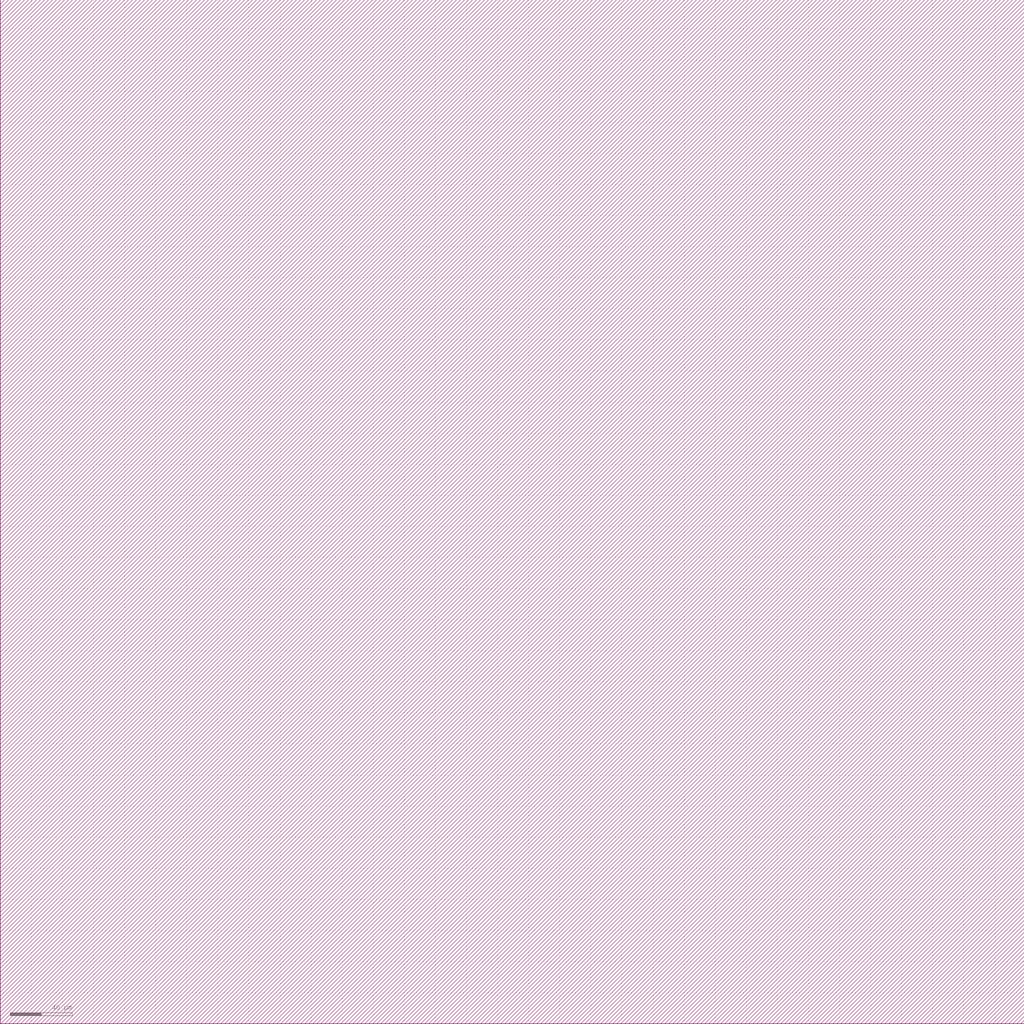
<source format=lef>
VERSION 5.6 ;

BUSBITCHARS "[]" ;

DIVIDERCHAR "/" ;

UNITS
    DATABASE MICRONS 1000 ;
END UNITS

MANUFACTURINGGRID 0.005000 ; 

CLEARANCEMEASURE EUCLIDEAN ; 

USEMINSPACING OBS ON ; 

SITE CoreSite
    CLASS CORE ;
    SIZE 0.600000 BY 0.300000 ;
END CoreSite

LAYER li1
   TYPE ROUTING ;
   DIRECTION VERTICAL ;
   MINWIDTH 0.300000 ;
   AREA 0.056250 ;
   WIDTH 0.300000 ;
   SPACINGTABLE
      PARALLELRUNLENGTH 0.0
      WIDTH 0.0 0.225000 ;
   PITCH 0.600000 0.600000 ;
END li1

LAYER mcon
    TYPE CUT ;
    SPACING 0.225000 ;
    WIDTH 0.300000 ;
    ENCLOSURE ABOVE 0.075000 0.075000 ;
    ENCLOSURE BELOW 0.000000 0.000000 ;
END mcon

LAYER met1
   TYPE ROUTING ;
   DIRECTION HORIZONTAL ;
   MINWIDTH 0.150000 ;
   AREA 0.084375 ;
   WIDTH 0.150000 ;
   SPACINGTABLE
      PARALLELRUNLENGTH 0.0
      WIDTH 0.0 0.150000 ;
   PITCH 0.300000 0.300000 ;
END met1

LAYER v1
    TYPE CUT ;
    SPACING 0.075000 ;
    WIDTH 0.300000 ;
    ENCLOSURE ABOVE 0.075000 0.075000 ;
    ENCLOSURE BELOW 0.075000 0.075000 ;
END v1

LAYER met2
   TYPE ROUTING ;
   DIRECTION VERTICAL ;
   MINWIDTH 0.150000 ;
   AREA 0.073125 ;
   WIDTH 0.150000 ;
   SPACINGTABLE
      PARALLELRUNLENGTH 0.0
      WIDTH 0.0 0.150000 ;
   PITCH 0.300000 0.300000 ;
END met2

LAYER v2
    TYPE CUT ;
    SPACING 0.150000 ;
    WIDTH 0.300000 ;
    ENCLOSURE ABOVE 0.075000 0.075000 ;
    ENCLOSURE BELOW 0.075000 0.000000 ;
END v2

LAYER met3
   TYPE ROUTING ;
   DIRECTION HORIZONTAL ;
   MINWIDTH 0.300000 ;
   AREA 0.241875 ;
   WIDTH 0.300000 ;
   SPACINGTABLE
      PARALLELRUNLENGTH 0.0
      WIDTH 0.0 0.300000 ;
   PITCH 0.600000 0.600000 ;
END met3

LAYER v3
    TYPE CUT ;
    SPACING 0.150000 ;
    WIDTH 0.450000 ;
    ENCLOSURE ABOVE 0.075000 0.075000 ;
    ENCLOSURE BELOW 0.075000 0.000000 ;
END v3

LAYER met4
   TYPE ROUTING ;
   DIRECTION VERTICAL ;
   MINWIDTH 0.300000 ;
   AREA 0.241875 ;
   WIDTH 0.300000 ;
   SPACINGTABLE
      PARALLELRUNLENGTH 0.0
      WIDTH 0.0 0.300000 ;
   PITCH 0.600000 0.600000 ;
END met4

LAYER v4
    TYPE CUT ;
    SPACING 0.450000 ;
    WIDTH 1.200000 ;
    ENCLOSURE ABOVE 0.150000 0.150000 ;
    ENCLOSURE BELOW 0.000000 0.000000 ;
END v4

LAYER met5
   TYPE ROUTING ;
   DIRECTION HORIZONTAL ;
   MINWIDTH 1.650000 ;
   AREA 4.005000 ;
   WIDTH 1.650000 ;
   SPACINGTABLE
      PARALLELRUNLENGTH 0.0
      WIDTH 0.0 1.650000 ;
   PITCH 3.300000 3.300000 ;
END met5

LAYER OVERLAP
   TYPE OVERLAP ;
END OVERLAP

VIA mcon_C DEFAULT
   LAYER li1 ;
     RECT -0.150000 -0.150000 0.150000 0.150000 ;
   LAYER mcon ;
     RECT -0.150000 -0.150000 0.150000 0.150000 ;
   LAYER met1 ;
     RECT -0.225000 -0.225000 0.225000 0.225000 ;
END mcon_C

VIA v1_C DEFAULT
   LAYER met1 ;
     RECT -0.225000 -0.225000 0.225000 0.225000 ;
   LAYER v1 ;
     RECT -0.150000 -0.150000 0.150000 0.150000 ;
   LAYER met2 ;
     RECT -0.225000 -0.225000 0.225000 0.225000 ;
END v1_C

VIA v2_C DEFAULT
   LAYER met2 ;
     RECT -0.150000 -0.225000 0.150000 0.225000 ;
   LAYER v2 ;
     RECT -0.150000 -0.150000 0.150000 0.150000 ;
   LAYER met3 ;
     RECT -0.225000 -0.225000 0.225000 0.225000 ;
END v2_C

VIA v2_Ch
   LAYER met2 ;
     RECT -0.225000 -0.150000 0.225000 0.150000 ;
   LAYER v2 ;
     RECT -0.150000 -0.150000 0.150000 0.150000 ;
   LAYER met3 ;
     RECT -0.225000 -0.225000 0.225000 0.225000 ;
END v2_Ch

VIA v2_Cv
   LAYER met2 ;
     RECT -0.150000 -0.225000 0.150000 0.225000 ;
   LAYER v2 ;
     RECT -0.150000 -0.150000 0.150000 0.150000 ;
   LAYER met3 ;
     RECT -0.225000 -0.225000 0.225000 0.225000 ;
END v2_Cv

VIA v3_C DEFAULT
   LAYER met3 ;
     RECT -0.300000 -0.225000 0.300000 0.225000 ;
   LAYER v3 ;
     RECT -0.225000 -0.225000 0.225000 0.225000 ;
   LAYER met4 ;
     RECT -0.300000 -0.300000 0.300000 0.300000 ;
END v3_C

VIA v3_Ch
   LAYER met3 ;
     RECT -0.300000 -0.225000 0.300000 0.225000 ;
   LAYER v3 ;
     RECT -0.225000 -0.225000 0.225000 0.225000 ;
   LAYER met4 ;
     RECT -0.300000 -0.300000 0.300000 0.300000 ;
END v3_Ch

VIA v3_Cv
   LAYER met3 ;
     RECT -0.300000 -0.225000 0.300000 0.225000 ;
   LAYER v3 ;
     RECT -0.225000 -0.225000 0.225000 0.225000 ;
   LAYER met4 ;
     RECT -0.300000 -0.300000 0.300000 0.300000 ;
END v3_Cv

VIA v4_C DEFAULT
   LAYER met4 ;
     RECT -0.600000 -0.600000 0.600000 0.600000 ;
   LAYER v4 ;
     RECT -0.600000 -0.600000 0.600000 0.600000 ;
   LAYER met5 ;
     RECT -0.750000 -0.750000 0.750000 0.750000 ;
END v4_C

MACRO _0_0std_0_0cells_0_0FAX1
    CLASS CORE ;
    FOREIGN _0_0std_0_0cells_0_0FAX1 0.000000 0.000000 ;
    ORIGIN 0.000000 0.000000 ;
    SIZE 10.800000 BY 15.300000 ;
    SYMMETRY X Y ;
    SITE CoreSite ;
    PIN A
        DIRECTION INPUT ;
        USE SIGNAL ;
        PORT
        LAYER li1 ;
        RECT 2.325000 0.975000 2.700000 1.050000 ;
        RECT 2.325000 0.750000 2.400000 0.975000 ;
        RECT 2.325000 0.600000 2.700000 0.750000 ;
        RECT 2.325000 0.375000 2.400000 0.600000 ;
        RECT 2.325000 0.300000 2.700000 0.375000 ;
        RECT 2.400000 0.750000 2.625000 0.975000 ;
        RECT 2.400000 0.375000 2.625000 0.600000 ;
        RECT 2.625000 0.750000 2.700000 0.975000 ;
        RECT 2.625000 0.375000 2.700000 0.600000 ;
        RECT 3.375000 0.975000 3.750000 1.050000 ;
        RECT 3.375000 0.750000 3.450000 0.975000 ;
        RECT 3.375000 0.600000 3.750000 0.750000 ;
        RECT 3.375000 0.375000 3.450000 0.600000 ;
        RECT 3.375000 0.300000 3.750000 0.375000 ;
        RECT 3.450000 0.750000 3.675000 0.975000 ;
        RECT 3.450000 0.375000 3.675000 0.600000 ;
        RECT 3.675000 0.750000 3.750000 0.975000 ;
        RECT 3.675000 0.375000 3.750000 0.600000 ;
        RECT 5.250000 0.975000 5.625000 1.050000 ;
        RECT 5.250000 0.750000 5.325000 0.975000 ;
        RECT 5.250000 0.600000 5.625000 0.750000 ;
        RECT 5.250000 0.375000 5.325000 0.600000 ;
        RECT 5.250000 0.300000 5.625000 0.375000 ;
        RECT 5.250000 3.450000 5.625000 3.525000 ;
        RECT 5.250000 3.225000 5.325000 3.450000 ;
        RECT 5.250000 3.075000 5.625000 3.225000 ;
        RECT 5.250000 2.850000 5.325000 3.075000 ;
        RECT 5.250000 2.775000 5.625000 2.850000 ;
        RECT 5.325000 0.750000 5.550000 0.975000 ;
        RECT 5.325000 0.375000 5.550000 0.600000 ;
        RECT 5.325000 3.225000 5.550000 3.450000 ;
        RECT 5.325000 2.850000 5.550000 3.075000 ;
        RECT 5.550000 0.750000 5.625000 0.975000 ;
        RECT 5.550000 0.375000 5.625000 0.600000 ;
        RECT 5.550000 3.225000 5.625000 3.450000 ;
        RECT 5.550000 2.850000 5.625000 3.075000 ;
        RECT 6.675000 0.975000 7.050000 1.050000 ;
        RECT 6.675000 0.750000 6.750000 0.975000 ;
        RECT 6.675000 0.600000 7.050000 0.750000 ;
        RECT 6.675000 0.375000 6.750000 0.600000 ;
        RECT 6.675000 0.300000 7.050000 0.375000 ;
        RECT 6.750000 0.750000 6.975000 0.975000 ;
        RECT 6.750000 0.375000 6.975000 0.600000 ;
        RECT 6.975000 0.750000 7.050000 0.975000 ;
        RECT 6.975000 0.375000 7.050000 0.600000 ;
        LAYER mcon ;
        RECT 2.400000 0.750000 2.625000 0.975000 ;
        RECT 3.450000 0.750000 3.675000 0.975000 ;
        RECT 5.325000 0.750000 5.550000 0.975000 ;
        RECT 5.325000 2.850000 5.550000 3.075000 ;
        RECT 6.750000 0.750000 6.975000 0.975000 ;
        LAYER met1 ;
        RECT 2.325000 0.975000 2.700000 1.050000 ;
        RECT 2.325000 0.750000 2.400000 0.975000 ;
        RECT 2.325000 0.675000 2.700000 0.750000 ;
        RECT 2.400000 0.750000 2.625000 0.975000 ;
        RECT 2.625000 0.750000 2.700000 0.975000 ;
        RECT 3.375000 0.675000 3.750000 0.750000 ;
        RECT 3.375000 0.975000 3.750000 1.050000 ;
        RECT 3.375000 0.750000 3.450000 0.975000 ;
        RECT 3.450000 0.750000 3.675000 0.975000 ;
        RECT 3.675000 0.750000 3.750000 0.975000 ;
        RECT 5.250000 0.975000 5.625000 1.050000 ;
        RECT 5.250000 0.750000 5.325000 0.975000 ;
        RECT 5.250000 0.675000 5.625000 0.750000 ;
        RECT 5.250000 3.075000 5.625000 3.150000 ;
        RECT 5.250000 2.850000 5.325000 3.075000 ;
        RECT 5.250000 2.775000 5.625000 2.850000 ;
        RECT 5.325000 0.750000 5.550000 0.975000 ;
        RECT 5.325000 2.850000 5.550000 3.075000 ;
        RECT 5.325000 2.550000 5.550000 2.775000 ;
        RECT 5.550000 0.750000 5.625000 0.975000 ;
        RECT 5.550000 2.850000 5.625000 3.075000 ;
        RECT 6.675000 0.975000 7.050000 1.050000 ;
        RECT 6.675000 0.750000 6.750000 0.975000 ;
        RECT 6.675000 0.675000 7.050000 0.750000 ;
        RECT 6.750000 0.750000 6.975000 0.975000 ;
        RECT 6.975000 0.750000 7.050000 0.975000 ;
        END
        ANTENNAGATEAREA 2.362500 ;
    END A
    PIN B
        DIRECTION INPUT ;
        USE SIGNAL ;
        PORT
        LAYER li1 ;
        RECT 1.800000 15.000000 2.175000 15.075000 ;
        RECT 1.800000 14.775000 1.875000 15.000000 ;
        RECT 1.800000 14.625000 2.175000 14.775000 ;
        RECT 1.800000 14.400000 1.875000 14.625000 ;
        RECT 1.800000 14.325000 2.175000 14.400000 ;
        RECT 1.875000 14.775000 2.100000 15.000000 ;
        RECT 1.875000 14.400000 2.100000 14.625000 ;
        RECT 2.100000 14.775000 2.175000 15.000000 ;
        RECT 2.100000 14.400000 2.175000 14.625000 ;
        RECT 2.850000 15.000000 3.225000 15.075000 ;
        RECT 2.850000 14.775000 2.925000 15.000000 ;
        RECT 2.850000 14.625000 3.225000 14.775000 ;
        RECT 2.850000 14.400000 2.925000 14.625000 ;
        RECT 2.850000 14.325000 3.225000 14.400000 ;
        RECT 2.925000 14.775000 3.150000 15.000000 ;
        RECT 2.925000 14.400000 3.150000 14.625000 ;
        RECT 3.150000 14.775000 3.225000 15.000000 ;
        RECT 3.150000 14.400000 3.225000 14.625000 ;
        RECT 4.050000 15.000000 4.425000 15.075000 ;
        RECT 4.050000 14.775000 4.125000 15.000000 ;
        RECT 4.050000 14.625000 4.425000 14.775000 ;
        RECT 4.050000 14.400000 4.125000 14.625000 ;
        RECT 4.050000 14.325000 4.425000 14.400000 ;
        RECT 4.125000 14.775000 4.350000 15.000000 ;
        RECT 4.125000 14.400000 4.350000 14.625000 ;
        RECT 4.350000 14.775000 4.425000 15.000000 ;
        RECT 4.350000 14.400000 4.425000 14.625000 ;
        RECT 6.300000 15.000000 6.675000 15.075000 ;
        RECT 6.300000 14.775000 6.375000 15.000000 ;
        RECT 6.300000 14.625000 6.675000 14.775000 ;
        RECT 6.300000 14.400000 6.375000 14.625000 ;
        RECT 6.300000 14.325000 6.675000 14.400000 ;
        RECT 6.375000 14.775000 6.600000 15.000000 ;
        RECT 6.375000 14.400000 6.600000 14.625000 ;
        RECT 6.600000 14.775000 6.675000 15.000000 ;
        RECT 6.600000 14.400000 6.675000 14.625000 ;
        LAYER mcon ;
        RECT 1.875000 14.775000 2.100000 15.000000 ;
        RECT 2.925000 14.775000 3.150000 15.000000 ;
        RECT 4.125000 14.775000 4.350000 15.000000 ;
        RECT 6.375000 14.775000 6.600000 15.000000 ;
        LAYER met1 ;
        RECT 1.800000 15.000000 2.175000 15.075000 ;
        RECT 1.800000 14.775000 1.875000 15.000000 ;
        RECT 1.800000 14.700000 2.175000 14.775000 ;
        RECT 1.875000 14.775000 2.100000 15.000000 ;
        RECT 2.100000 14.775000 2.925000 15.000000 ;
        RECT 2.925000 14.775000 3.150000 15.000000 ;
        RECT 3.150000 14.775000 4.125000 15.000000 ;
        RECT 4.125000 14.775000 4.350000 15.000000 ;
        RECT 2.850000 15.000000 3.225000 15.075000 ;
        RECT 4.350000 14.775000 6.375000 15.000000 ;
        RECT 6.375000 14.775000 6.600000 15.000000 ;
        RECT 6.600000 14.775000 6.675000 15.000000 ;
        RECT 2.850000 14.700000 3.225000 14.775000 ;
        RECT 4.050000 15.000000 4.425000 15.075000 ;
        RECT 4.050000 14.700000 4.425000 14.775000 ;
        RECT 6.300000 15.000000 6.675000 15.075000 ;
        RECT 6.300000 14.700000 6.675000 14.775000 ;
        END
        ANTENNAGATEAREA 2.227500 ;
    END B
    PIN C
        DIRECTION INPUT ;
        USE SIGNAL ;
        PORT
        LAYER li1 ;
        RECT 0.825000 13.725000 1.200000 13.800000 ;
        RECT 0.825000 13.500000 0.900000 13.725000 ;
        RECT 0.825000 13.350000 1.200000 13.500000 ;
        RECT 0.825000 13.125000 0.900000 13.350000 ;
        RECT 0.825000 13.050000 1.200000 13.125000 ;
        RECT 0.900000 13.500000 1.125000 13.725000 ;
        RECT 0.900000 13.125000 1.125000 13.350000 ;
        RECT 1.125000 13.500000 1.200000 13.725000 ;
        RECT 1.125000 13.125000 1.200000 13.350000 ;
        RECT 4.575000 13.725000 4.950000 13.800000 ;
        RECT 4.575000 13.500000 4.650000 13.725000 ;
        RECT 4.575000 13.350000 4.950000 13.500000 ;
        RECT 4.575000 13.125000 4.650000 13.350000 ;
        RECT 4.575000 13.050000 4.950000 13.125000 ;
        RECT 4.650000 13.500000 4.875000 13.725000 ;
        RECT 4.650000 13.125000 4.875000 13.350000 ;
        RECT 4.875000 13.500000 4.950000 13.725000 ;
        RECT 4.875000 13.125000 4.950000 13.350000 ;
        RECT 5.925000 13.725000 6.300000 13.800000 ;
        RECT 5.925000 13.500000 6.000000 13.725000 ;
        RECT 5.925000 13.350000 6.300000 13.500000 ;
        RECT 5.925000 13.125000 6.000000 13.350000 ;
        RECT 5.925000 13.050000 6.300000 13.125000 ;
        RECT 6.000000 13.500000 6.225000 13.725000 ;
        RECT 6.000000 13.125000 6.225000 13.350000 ;
        RECT 6.225000 13.500000 6.300000 13.725000 ;
        RECT 6.225000 13.125000 6.300000 13.350000 ;
        LAYER mcon ;
        RECT 0.900000 13.500000 1.125000 13.725000 ;
        RECT 4.650000 13.500000 4.875000 13.725000 ;
        RECT 6.000000 13.500000 6.225000 13.725000 ;
        LAYER met1 ;
        RECT 0.825000 13.725000 1.200000 13.800000 ;
        RECT 0.825000 13.500000 0.900000 13.725000 ;
        RECT 0.825000 13.425000 1.200000 13.500000 ;
        RECT 0.900000 13.500000 1.125000 13.725000 ;
        RECT 1.125000 13.500000 4.650000 13.725000 ;
        RECT 4.650000 13.500000 4.875000 13.725000 ;
        RECT 4.875000 13.500000 6.000000 13.725000 ;
        RECT 6.000000 13.500000 6.225000 13.725000 ;
        RECT 6.225000 13.500000 6.300000 13.725000 ;
        RECT 4.575000 13.425000 4.950000 13.500000 ;
        RECT 4.575000 13.725000 4.950000 13.800000 ;
        RECT 5.925000 13.425000 6.300000 13.500000 ;
        RECT 5.925000 13.725000 6.300000 13.800000 ;
        END
        ANTENNAGATEAREA 1.631250 ;
    END C
    PIN YC
        DIRECTION OUTPUT ;
        USE SIGNAL ;
        PORT
        LAYER li1 ;
        RECT 7.875000 7.500000 8.250000 7.575000 ;
        RECT 7.875000 7.275000 7.950000 7.500000 ;
        RECT 7.875000 7.200000 8.250000 7.275000 ;
        RECT 7.875000 5.850000 8.250000 5.925000 ;
        RECT 7.875000 5.625000 7.950000 5.850000 ;
        RECT 7.875000 5.550000 8.250000 5.625000 ;
        RECT 7.950000 7.275000 8.175000 7.500000 ;
        RECT 7.950000 5.925000 8.175000 7.200000 ;
        RECT 7.950000 5.625000 8.175000 5.850000 ;
        RECT 8.175000 7.275000 8.250000 7.500000 ;
        RECT 8.175000 5.625000 8.250000 5.850000 ;
        END
        ANTENNADIFFAREA 0.551250 ;
    END YC
    PIN YS
        DIRECTION OUTPUT ;
        USE SIGNAL ;
        PORT
        LAYER li1 ;
        RECT 8.775000 9.150000 9.150000 9.225000 ;
        RECT 8.775000 8.925000 8.850000 9.150000 ;
        RECT 8.775000 8.850000 9.150000 8.925000 ;
        RECT 8.775000 7.500000 9.150000 7.575000 ;
        RECT 8.775000 7.275000 8.850000 7.500000 ;
        RECT 8.775000 7.200000 9.150000 7.275000 ;
        RECT 8.850000 8.925000 9.075000 9.150000 ;
        RECT 8.850000 7.575000 9.075000 8.850000 ;
        RECT 8.850000 7.275000 9.075000 7.500000 ;
        RECT 9.075000 8.925000 10.200000 9.150000 ;
        RECT 9.075000 7.275000 9.150000 7.500000 ;
        RECT 10.200000 8.925000 10.425000 9.150000 ;
        RECT 9.450000 5.550000 9.825000 5.625000 ;
        RECT 10.425000 8.925000 10.500000 9.150000 ;
        RECT 9.450000 5.850000 9.825000 5.925000 ;
        RECT 9.450000 5.625000 9.525000 5.850000 ;
        RECT 9.525000 5.625000 9.750000 5.850000 ;
        RECT 10.125000 9.150000 10.500000 9.225000 ;
        RECT 10.200000 5.850000 10.425000 8.850000 ;
        RECT 9.750000 5.625000 10.425000 5.850000 ;
        RECT 10.125000 8.850000 10.500000 8.925000 ;
        LAYER mcon ;
        RECT 8.850000 8.925000 9.075000 9.150000 ;
        RECT 10.200000 8.925000 10.425000 9.150000 ;
        LAYER met1 ;
        RECT 8.775000 9.150000 9.150000 9.225000 ;
        RECT 8.775000 8.925000 8.850000 9.150000 ;
        RECT 8.775000 8.850000 9.150000 8.925000 ;
        RECT 8.850000 8.925000 9.075000 9.150000 ;
        RECT 9.075000 8.925000 9.150000 9.150000 ;
        RECT 10.125000 9.150000 10.500000 9.225000 ;
        RECT 10.125000 8.925000 10.200000 9.150000 ;
        RECT 10.125000 8.850000 10.500000 8.925000 ;
        RECT 10.200000 8.925000 10.425000 9.150000 ;
        RECT 10.425000 8.925000 10.500000 9.150000 ;
        END
        ANTENNADIFFAREA 0.483750 ;
    END YS
    PIN Vdd
        DIRECTION INPUT ;
        USE POWER ;
        PORT
        LAYER li1 ;
        RECT 0.600000 10.950000 0.975000 11.025000 ;
        RECT 0.600000 10.725000 0.675000 10.950000 ;
        RECT 0.600000 10.650000 0.975000 10.725000 ;
        RECT 0.600000 7.950000 0.975000 8.025000 ;
        RECT 0.600000 7.725000 0.675000 7.950000 ;
        RECT 0.600000 7.650000 0.975000 7.725000 ;
        RECT 0.675000 10.725000 0.900000 10.950000 ;
        RECT 0.675000 8.025000 0.900000 10.650000 ;
        RECT 0.675000 7.725000 0.900000 7.950000 ;
        RECT 0.900000 10.725000 0.975000 10.950000 ;
        RECT 0.900000 7.725000 0.975000 7.950000 ;
        RECT 3.375000 12.375000 3.750000 12.450000 ;
        RECT 3.375000 12.150000 3.450000 12.375000 ;
        RECT 3.375000 12.075000 3.750000 12.150000 ;
        RECT 3.375000 10.950000 3.750000 11.025000 ;
        RECT 3.375000 10.725000 3.450000 10.950000 ;
        RECT 3.375000 10.650000 3.750000 10.725000 ;
        RECT 3.375000 8.850000 3.750000 8.925000 ;
        RECT 3.375000 8.625000 3.450000 8.850000 ;
        RECT 3.375000 8.550000 3.750000 8.625000 ;
        RECT 3.450000 12.150000 3.675000 12.375000 ;
        RECT 3.450000 11.025000 3.675000 12.075000 ;
        RECT 3.450000 10.725000 3.675000 10.950000 ;
        RECT 3.450000 8.925000 3.675000 10.650000 ;
        RECT 3.450000 8.625000 3.675000 8.850000 ;
        RECT 3.675000 12.150000 3.750000 12.375000 ;
        RECT 3.675000 10.725000 3.750000 10.950000 ;
        RECT 3.675000 8.625000 3.750000 8.850000 ;
        RECT 4.650000 9.450000 5.025000 9.525000 ;
        RECT 4.650000 9.225000 4.725000 9.450000 ;
        RECT 4.650000 9.150000 5.025000 9.225000 ;
        RECT 4.725000 9.225000 4.950000 9.450000 ;
        RECT 4.950000 9.225000 5.025000 9.450000 ;
        RECT 4.725000 9.525000 4.950000 10.650000 ;
        RECT 4.650000 10.950000 5.025000 11.025000 ;
        RECT 4.650000 10.725000 4.725000 10.950000 ;
        RECT 4.650000 10.650000 5.025000 10.725000 ;
        RECT 4.725000 10.725000 4.950000 10.950000 ;
        RECT 4.950000 10.725000 5.025000 10.950000 ;
        RECT 7.200000 12.375000 7.575000 12.450000 ;
        RECT 7.200000 12.150000 7.275000 12.375000 ;
        RECT 7.200000 12.075000 7.575000 12.150000 ;
        RECT 7.200000 7.500000 7.575000 7.575000 ;
        RECT 7.200000 7.275000 7.275000 7.500000 ;
        RECT 7.200000 7.200000 7.575000 7.275000 ;
        RECT 7.275000 12.150000 7.500000 12.375000 ;
        RECT 7.275000 8.625000 7.500000 12.075000 ;
        RECT 7.275000 8.550000 7.875000 8.625000 ;
        RECT 7.275000 8.325000 7.575000 8.550000 ;
        RECT 7.275000 8.250000 7.875000 8.325000 ;
        RECT 7.275000 7.575000 7.500000 8.250000 ;
        RECT 7.275000 7.275000 7.500000 7.500000 ;
        RECT 7.500000 12.150000 7.575000 12.375000 ;
        RECT 7.575000 8.325000 7.800000 8.550000 ;
        RECT 7.500000 7.275000 7.575000 7.500000 ;
        RECT 7.800000 8.325000 7.875000 8.550000 ;
        RECT 9.450000 8.550000 9.825000 8.625000 ;
        RECT 9.450000 8.325000 9.525000 8.550000 ;
        RECT 9.450000 8.250000 9.825000 8.325000 ;
        RECT 9.450000 7.500000 9.825000 7.575000 ;
        RECT 9.450000 7.275000 9.525000 7.500000 ;
        RECT 9.450000 7.200000 9.825000 7.275000 ;
        RECT 9.525000 8.325000 9.750000 8.550000 ;
        RECT 9.525000 7.575000 9.750000 8.250000 ;
        RECT 9.525000 7.275000 9.750000 7.500000 ;
        RECT 9.750000 8.325000 9.825000 8.550000 ;
        RECT 9.750000 7.275000 9.825000 7.500000 ;
        LAYER mcon ;
        RECT 0.675000 10.725000 0.900000 10.950000 ;
        RECT 3.450000 12.150000 3.675000 12.375000 ;
        RECT 3.450000 10.725000 3.675000 10.950000 ;
        RECT 4.725000 10.725000 4.950000 10.950000 ;
        RECT 7.275000 12.150000 7.500000 12.375000 ;
        RECT 7.575000 8.325000 7.800000 8.550000 ;
        RECT 9.525000 8.325000 9.750000 8.550000 ;
        LAYER met1 ;
        RECT 0.600000 10.950000 0.975000 11.025000 ;
        RECT 0.600000 10.725000 0.675000 10.950000 ;
        RECT 0.600000 10.650000 0.975000 10.725000 ;
        RECT 0.675000 10.725000 0.900000 10.950000 ;
        RECT 0.900000 10.725000 3.450000 10.950000 ;
        RECT 3.450000 10.725000 3.675000 10.950000 ;
        RECT 3.675000 10.725000 4.725000 10.950000 ;
        RECT 4.725000 10.725000 4.950000 10.950000 ;
        RECT 4.950000 10.725000 5.025000 10.950000 ;
        RECT 3.375000 10.650000 3.750000 10.725000 ;
        RECT 4.650000 10.650000 5.025000 10.725000 ;
        RECT 3.375000 12.375000 3.750000 12.450000 ;
        RECT 3.375000 12.150000 3.450000 12.375000 ;
        RECT 3.375000 12.075000 3.750000 12.150000 ;
        RECT 3.375000 10.950000 3.750000 11.025000 ;
        RECT 3.450000 12.150000 3.675000 12.375000 ;
        RECT 3.675000 12.150000 7.275000 12.375000 ;
        RECT 7.275000 12.150000 7.500000 12.375000 ;
        RECT 7.500000 12.150000 7.575000 12.375000 ;
        RECT 7.200000 12.075000 7.575000 12.150000 ;
        RECT 4.650000 10.950000 5.025000 11.025000 ;
        RECT 7.500000 8.550000 7.875000 8.625000 ;
        RECT 7.500000 8.325000 7.575000 8.550000 ;
        RECT 7.500000 8.250000 7.875000 8.325000 ;
        RECT 7.575000 8.325000 7.800000 8.550000 ;
        RECT 7.800000 8.325000 9.525000 8.550000 ;
        RECT 9.525000 8.325000 9.750000 8.550000 ;
        RECT 9.750000 8.325000 9.825000 8.550000 ;
        RECT 9.450000 8.250000 9.825000 8.325000 ;
        RECT 9.450000 8.550000 9.825000 8.625000 ;
        RECT 7.200000 12.375000 7.575000 12.450000 ;
        END
        ANTENNADIFFAREA 4.365000 ;
    END Vdd
    PIN GND
        DIRECTION INPUT ;
        USE GROUND ;
        PORT
        LAYER li1 ;
        RECT 2.325000 5.175000 2.700000 5.250000 ;
        RECT 2.325000 3.375000 2.700000 3.450000 ;
        RECT 2.325000 3.150000 2.400000 3.375000 ;
        RECT 2.325000 3.075000 2.700000 3.150000 ;
        RECT 2.400000 3.450000 2.625000 5.175000 ;
        RECT 2.400000 3.150000 2.625000 3.375000 ;
        RECT 2.625000 3.150000 2.700000 3.375000 ;
        RECT 2.325000 5.475000 2.700000 5.550000 ;
        RECT 2.325000 5.250000 2.400000 5.475000 ;
        RECT 2.400000 5.250000 2.625000 5.475000 ;
        RECT 3.375000 3.375000 3.750000 3.450000 ;
        RECT 3.375000 3.150000 3.450000 3.375000 ;
        RECT 3.375000 3.075000 3.750000 3.150000 ;
        RECT 3.375000 2.625000 3.750000 2.700000 ;
        RECT 3.375000 2.400000 3.450000 2.625000 ;
        RECT 3.375000 2.325000 3.750000 2.400000 ;
        RECT 3.375000 2.025000 3.750000 2.100000 ;
        RECT 3.375000 1.800000 3.450000 2.025000 ;
        RECT 3.375000 1.725000 3.750000 1.800000 ;
        RECT 2.625000 5.250000 2.700000 5.475000 ;
        RECT 3.450000 3.450000 3.675000 5.175000 ;
        RECT 3.450000 3.150000 3.675000 3.375000 ;
        RECT 3.450000 2.700000 3.675000 3.075000 ;
        RECT 3.450000 2.400000 3.675000 2.625000 ;
        RECT 3.450000 2.100000 3.675000 2.325000 ;
        RECT 3.450000 1.800000 3.675000 2.025000 ;
        RECT 3.675000 3.150000 3.750000 3.375000 ;
        RECT 3.675000 2.400000 3.750000 2.625000 ;
        RECT 3.675000 1.800000 3.750000 2.025000 ;
        RECT 3.375000 5.175000 3.750000 5.250000 ;
        RECT 3.375000 5.475000 3.750000 5.550000 ;
        RECT 3.375000 5.250000 3.450000 5.475000 ;
        RECT 4.650000 2.625000 5.025000 2.700000 ;
        RECT 4.650000 2.400000 4.725000 2.625000 ;
        RECT 4.650000 2.325000 5.025000 2.400000 ;
        RECT 3.450000 5.250000 3.675000 5.475000 ;
        RECT 4.725000 2.700000 4.950000 4.425000 ;
        RECT 4.725000 2.400000 4.950000 2.625000 ;
        RECT 3.675000 5.250000 3.750000 5.475000 ;
        RECT 4.650000 4.725000 5.025000 4.800000 ;
        RECT 4.650000 4.500000 4.725000 4.725000 ;
        RECT 4.650000 4.425000 5.025000 4.500000 ;
        RECT 4.950000 2.400000 5.025000 2.625000 ;
        RECT 4.725000 4.500000 4.950000 4.725000 ;
        RECT 4.950000 4.500000 5.025000 4.725000 ;
        RECT 7.200000 5.850000 7.575000 5.925000 ;
        RECT 7.200000 5.625000 7.275000 5.850000 ;
        RECT 7.200000 5.550000 7.575000 5.625000 ;
        RECT 7.200000 3.750000 7.575000 3.825000 ;
        RECT 7.200000 3.525000 7.275000 3.750000 ;
        RECT 7.200000 3.450000 7.575000 3.525000 ;
        RECT 7.200000 2.025000 7.575000 2.100000 ;
        RECT 7.200000 1.800000 7.275000 2.025000 ;
        RECT 7.200000 1.725000 7.575000 1.800000 ;
        RECT 7.275000 5.625000 7.500000 5.850000 ;
        RECT 7.275000 3.825000 7.500000 5.550000 ;
        RECT 7.275000 3.525000 7.500000 3.750000 ;
        RECT 7.275000 2.100000 7.500000 3.450000 ;
        RECT 7.275000 1.800000 7.500000 2.025000 ;
        RECT 7.500000 5.625000 7.575000 5.850000 ;
        RECT 7.500000 3.525000 7.575000 3.750000 ;
        RECT 7.500000 1.800000 7.575000 2.025000 ;
        RECT 8.775000 5.550000 9.150000 5.625000 ;
        RECT 8.775000 3.750000 9.150000 3.825000 ;
        RECT 8.775000 3.525000 8.850000 3.750000 ;
        RECT 8.775000 3.450000 9.150000 3.525000 ;
        RECT 8.850000 3.825000 9.075000 5.550000 ;
        RECT 8.850000 3.525000 9.075000 3.750000 ;
        RECT 8.775000 5.850000 9.150000 5.925000 ;
        RECT 8.775000 5.625000 8.850000 5.850000 ;
        RECT 9.075000 3.525000 9.150000 3.750000 ;
        RECT 8.850000 5.625000 9.075000 5.850000 ;
        RECT 9.075000 5.625000 9.150000 5.850000 ;
        LAYER mcon ;
        RECT 2.400000 3.150000 2.625000 3.375000 ;
        RECT 3.450000 3.150000 3.675000 3.375000 ;
        RECT 3.450000 2.400000 3.675000 2.625000 ;
        RECT 3.450000 1.800000 3.675000 2.025000 ;
        RECT 4.725000 2.400000 4.950000 2.625000 ;
        RECT 7.275000 3.525000 7.500000 3.750000 ;
        RECT 7.275000 1.800000 7.500000 2.025000 ;
        RECT 8.850000 3.525000 9.075000 3.750000 ;
        LAYER met1 ;
        RECT 2.325000 3.375000 2.700000 3.450000 ;
        RECT 2.325000 3.150000 2.400000 3.375000 ;
        RECT 2.325000 3.075000 2.700000 3.150000 ;
        RECT 2.400000 3.150000 2.625000 3.375000 ;
        RECT 2.625000 3.150000 3.450000 3.375000 ;
        RECT 3.375000 3.375000 3.750000 3.450000 ;
        RECT 3.450000 3.150000 3.675000 3.375000 ;
        RECT 3.675000 3.150000 3.750000 3.375000 ;
        RECT 3.375000 3.075000 3.750000 3.150000 ;
        RECT 3.375000 2.625000 3.750000 2.700000 ;
        RECT 3.375000 2.400000 3.450000 2.625000 ;
        RECT 3.375000 2.325000 3.750000 2.400000 ;
        RECT 3.375000 2.025000 3.750000 2.100000 ;
        RECT 3.375000 1.800000 3.450000 2.025000 ;
        RECT 3.375000 1.725000 3.750000 1.800000 ;
        RECT 3.450000 2.400000 3.675000 2.625000 ;
        RECT 3.450000 1.800000 3.675000 2.025000 ;
        RECT 3.675000 2.400000 4.725000 2.625000 ;
        RECT 3.675000 1.800000 7.275000 2.025000 ;
        RECT 4.725000 2.400000 4.950000 2.625000 ;
        RECT 7.275000 1.800000 7.500000 2.025000 ;
        RECT 4.950000 2.400000 5.025000 2.625000 ;
        RECT 4.650000 2.325000 5.025000 2.400000 ;
        RECT 7.500000 1.800000 7.575000 2.025000 ;
        RECT 4.650000 2.625000 5.025000 2.700000 ;
        RECT 7.200000 3.750000 7.575000 3.825000 ;
        RECT 7.200000 3.525000 7.275000 3.750000 ;
        RECT 7.200000 3.450000 7.575000 3.525000 ;
        RECT 7.275000 3.525000 7.500000 3.750000 ;
        RECT 7.500000 3.525000 8.850000 3.750000 ;
        RECT 8.850000 3.525000 9.075000 3.750000 ;
        RECT 7.200000 2.025000 7.575000 2.100000 ;
        RECT 9.075000 3.525000 9.150000 3.750000 ;
        RECT 7.200000 1.725000 7.575000 1.800000 ;
        RECT 8.775000 3.750000 9.150000 3.825000 ;
        RECT 8.775000 3.450000 9.150000 3.525000 ;
        END
        ANTENNADIFFAREA 2.767500 ;
    END GND
    OBS
        LAYER li1 ;
        RECT 0.600000 5.475000 0.975000 5.550000 ;
        RECT 0.600000 5.250000 0.675000 5.475000 ;
        RECT 0.600000 5.175000 0.975000 5.250000 ;
        RECT 0.600000 4.050000 0.975000 4.125000 ;
        RECT 0.600000 3.825000 0.675000 4.050000 ;
        RECT 0.600000 3.750000 0.975000 3.825000 ;
        RECT 0.675000 5.250000 0.900000 5.475000 ;
        RECT 0.675000 4.125000 0.900000 5.175000 ;
        RECT 0.675000 3.825000 0.900000 4.050000 ;
        RECT 0.900000 5.250000 0.975000 5.475000 ;
        RECT 0.900000 3.825000 0.975000 4.050000 ;
        RECT 1.200000 9.525000 1.575000 9.600000 ;
        RECT 1.200000 9.300000 1.275000 9.525000 ;
        RECT 1.200000 9.225000 1.575000 9.300000 ;
        RECT 1.200000 7.950000 1.575000 8.025000 ;
        RECT 1.200000 7.725000 1.275000 7.950000 ;
        RECT 1.200000 7.650000 1.575000 7.725000 ;
        RECT 1.200000 5.475000 1.575000 5.550000 ;
        RECT 1.200000 5.250000 1.275000 5.475000 ;
        RECT 1.200000 5.175000 1.575000 5.250000 ;
        RECT 1.200000 4.875000 1.575000 4.950000 ;
        RECT 1.200000 4.650000 1.275000 4.875000 ;
        RECT 1.200000 4.575000 1.575000 4.650000 ;
        RECT 1.200000 1.650000 1.575000 1.725000 ;
        RECT 1.200000 1.425000 1.275000 1.650000 ;
        RECT 1.200000 1.350000 1.575000 1.425000 ;
        RECT 1.275000 9.300000 1.500000 9.525000 ;
        RECT 1.275000 8.025000 1.500000 9.225000 ;
        RECT 1.275000 7.725000 1.500000 7.950000 ;
        RECT 1.275000 5.250000 1.500000 5.475000 ;
        RECT 1.275000 4.950000 1.500000 5.175000 ;
        RECT 1.275000 4.650000 1.500000 4.875000 ;
        RECT 1.275000 1.725000 1.500000 4.575000 ;
        RECT 1.275000 1.425000 1.500000 1.650000 ;
        RECT 1.500000 9.300000 1.575000 9.525000 ;
        RECT 1.500000 7.725000 1.575000 7.950000 ;
        RECT 1.500000 5.250000 1.575000 5.475000 ;
        RECT 1.500000 4.650000 1.575000 4.875000 ;
        RECT 1.500000 1.425000 1.575000 1.650000 ;
        RECT 1.800000 10.275000 2.175000 10.350000 ;
        RECT 1.800000 10.050000 1.875000 10.275000 ;
        RECT 1.800000 9.975000 2.175000 10.050000 ;
        RECT 1.800000 8.850000 2.175000 8.925000 ;
        RECT 1.800000 8.625000 1.875000 8.850000 ;
        RECT 1.800000 8.550000 2.175000 8.625000 ;
        RECT 1.875000 10.050000 2.100000 10.275000 ;
        RECT 1.875000 8.925000 2.100000 9.975000 ;
        RECT 1.875000 8.625000 2.100000 8.850000 ;
        RECT 2.100000 10.050000 2.175000 10.275000 ;
        RECT 2.100000 8.625000 2.175000 8.850000 ;
        RECT 2.325000 8.250000 2.700000 8.325000 ;
        RECT 2.325000 8.025000 2.400000 8.250000 ;
        RECT 2.325000 7.950000 2.700000 8.025000 ;
        RECT 2.850000 4.875000 3.225000 4.950000 ;
        RECT 2.850000 4.650000 2.925000 4.875000 ;
        RECT 2.850000 4.575000 3.225000 4.650000 ;
        RECT 2.850000 4.050000 3.225000 4.125000 ;
        RECT 2.850000 3.825000 2.925000 4.050000 ;
        RECT 2.850000 3.750000 3.225000 3.825000 ;
        RECT 2.325000 9.525000 2.700000 9.600000 ;
        RECT 2.325000 9.300000 2.400000 9.525000 ;
        RECT 2.325000 9.225000 2.700000 9.300000 ;
        RECT 2.400000 8.325000 2.625000 9.225000 ;
        RECT 2.400000 8.025000 2.625000 8.250000 ;
        RECT 2.925000 4.650000 3.150000 4.875000 ;
        RECT 2.925000 4.125000 3.150000 4.575000 ;
        RECT 2.925000 3.825000 3.150000 4.050000 ;
        RECT 2.400000 9.300000 2.625000 9.525000 ;
        RECT 2.625000 8.025000 2.700000 8.250000 ;
        RECT 3.150000 4.650000 3.225000 4.875000 ;
        RECT 3.150000 3.825000 3.225000 4.050000 ;
        RECT 2.625000 9.300000 2.700000 9.525000 ;
        RECT 4.050000 4.725000 4.425000 4.800000 ;
        RECT 4.050000 4.500000 4.125000 4.725000 ;
        RECT 4.050000 4.425000 4.425000 4.500000 ;
        RECT 4.050000 4.050000 4.425000 4.125000 ;
        RECT 4.050000 3.825000 4.125000 4.050000 ;
        RECT 4.050000 3.750000 4.425000 3.825000 ;
        RECT 4.125000 4.500000 4.350000 4.725000 ;
        RECT 4.125000 4.125000 4.350000 4.425000 ;
        RECT 4.125000 3.825000 4.350000 4.050000 ;
        RECT 4.350000 4.500000 4.425000 4.725000 ;
        RECT 4.350000 3.825000 4.425000 4.050000 ;
        RECT 4.050000 11.625000 4.425000 11.700000 ;
        RECT 4.050000 11.400000 4.125000 11.625000 ;
        RECT 4.050000 11.325000 4.425000 11.400000 ;
        RECT 4.050000 9.825000 4.425000 9.900000 ;
        RECT 4.050000 9.600000 4.125000 9.825000 ;
        RECT 4.050000 9.525000 4.425000 9.600000 ;
        RECT 5.250000 4.425000 5.625000 4.500000 ;
        RECT 5.250000 4.050000 5.625000 4.125000 ;
        RECT 5.250000 3.825000 5.325000 4.050000 ;
        RECT 5.250000 3.750000 5.625000 3.825000 ;
        RECT 4.125000 11.400000 4.350000 11.625000 ;
        RECT 4.125000 9.900000 4.350000 11.325000 ;
        RECT 4.125000 9.600000 4.350000 9.825000 ;
        RECT 5.325000 4.125000 5.550000 4.425000 ;
        RECT 5.325000 3.825000 5.550000 4.050000 ;
        RECT 4.350000 11.400000 4.425000 11.625000 ;
        RECT 4.350000 9.600000 4.425000 9.825000 ;
        RECT 5.250000 9.825000 5.625000 9.900000 ;
        RECT 5.250000 9.600000 5.325000 9.825000 ;
        RECT 5.250000 9.525000 5.625000 9.600000 ;
        RECT 5.250000 4.725000 5.625000 4.800000 ;
        RECT 5.250000 4.500000 5.325000 4.725000 ;
        RECT 5.550000 3.825000 5.625000 4.050000 ;
        RECT 5.325000 9.900000 5.550000 11.325000 ;
        RECT 5.325000 9.600000 5.550000 9.825000 ;
        RECT 5.325000 4.500000 5.550000 4.725000 ;
        RECT 5.850000 3.000000 6.225000 3.075000 ;
        RECT 5.850000 2.775000 5.925000 3.000000 ;
        RECT 5.850000 2.700000 6.225000 2.775000 ;
        RECT 5.550000 9.600000 5.625000 9.825000 ;
        RECT 5.550000 4.500000 5.625000 4.725000 ;
        RECT 5.925000 3.075000 6.150000 5.550000 ;
        RECT 5.925000 2.775000 6.150000 3.000000 ;
        RECT 6.150000 2.775000 6.225000 3.000000 ;
        RECT 5.850000 7.500000 6.225000 7.575000 ;
        RECT 5.850000 7.275000 5.925000 7.500000 ;
        RECT 5.850000 7.200000 6.225000 7.275000 ;
        RECT 5.850000 5.850000 6.225000 5.925000 ;
        RECT 5.850000 5.625000 5.925000 5.850000 ;
        RECT 5.850000 5.550000 6.225000 5.625000 ;
        RECT 5.925000 7.275000 6.150000 7.500000 ;
        RECT 5.925000 5.925000 6.150000 7.200000 ;
        RECT 5.925000 5.625000 6.150000 5.850000 ;
        RECT 6.150000 7.275000 6.225000 7.500000 ;
        RECT 6.150000 5.625000 6.225000 5.850000 ;
        RECT 5.250000 11.625000 5.625000 11.700000 ;
        RECT 5.250000 11.400000 5.325000 11.625000 ;
        RECT 5.250000 11.325000 5.625000 11.400000 ;
        RECT 5.325000 11.400000 5.550000 11.625000 ;
        RECT 5.550000 11.400000 5.625000 11.625000 ;
        RECT 7.800000 5.250000 8.175000 5.325000 ;
        RECT 7.800000 5.025000 7.875000 5.250000 ;
        RECT 7.800000 4.950000 8.175000 5.025000 ;
        RECT 7.800000 2.475000 8.175000 2.550000 ;
        RECT 7.800000 2.250000 7.875000 2.475000 ;
        RECT 7.800000 2.175000 8.175000 2.250000 ;
        RECT 7.875000 5.025000 8.100000 5.250000 ;
        RECT 7.875000 2.550000 8.100000 4.950000 ;
        RECT 7.875000 2.250000 8.100000 2.475000 ;
        RECT 8.100000 5.025000 8.175000 5.250000 ;
        RECT 8.100000 2.250000 8.175000 2.475000 ;
        RECT 9.375000 3.000000 9.750000 3.075000 ;
        RECT 9.375000 2.775000 9.450000 3.000000 ;
        RECT 9.375000 2.700000 9.750000 2.775000 ;
        RECT 9.375000 5.250000 9.750000 5.325000 ;
        RECT 9.375000 5.025000 9.450000 5.250000 ;
        RECT 9.375000 4.950000 9.750000 5.025000 ;
        RECT 9.450000 3.075000 9.675000 4.950000 ;
        RECT 9.450000 2.775000 9.675000 3.000000 ;
        RECT 9.450000 5.025000 9.675000 5.250000 ;
        RECT 9.675000 2.775000 9.750000 3.000000 ;
        RECT 9.675000 5.025000 9.750000 5.250000 ;
        LAYER met1 ;
        RECT 0.150000 10.050000 1.875000 10.275000 ;
        RECT 0.150000 4.875000 0.375000 10.050000 ;
        RECT 0.150000 4.650000 1.275000 4.875000 ;
        RECT 1.875000 10.050000 2.100000 10.275000 ;
        RECT 1.275000 4.650000 1.500000 4.875000 ;
        RECT 0.600000 4.050000 0.975000 4.125000 ;
        RECT 0.600000 3.825000 0.675000 4.050000 ;
        RECT 0.600000 3.750000 0.975000 3.825000 ;
        RECT 2.100000 10.050000 2.175000 10.275000 ;
        RECT 1.500000 4.650000 1.575000 4.875000 ;
        RECT 0.675000 3.825000 0.900000 4.050000 ;
        RECT 0.900000 3.825000 2.925000 4.050000 ;
        RECT 1.200000 4.575000 1.575000 4.650000 ;
        RECT 2.925000 3.825000 3.150000 4.050000 ;
        RECT 3.150000 3.825000 3.225000 4.050000 ;
        RECT 1.200000 1.650000 1.575000 1.725000 ;
        RECT 1.200000 1.425000 1.275000 1.650000 ;
        RECT 1.200000 1.350000 8.100000 1.425000 ;
        RECT 1.275000 1.425000 1.500000 1.650000 ;
        RECT 1.200000 9.525000 1.575000 9.600000 ;
        RECT 1.200000 9.300000 1.275000 9.525000 ;
        RECT 1.200000 9.225000 1.575000 9.300000 ;
        RECT 1.200000 4.875000 1.575000 4.950000 ;
        RECT 2.325000 9.225000 2.700000 9.300000 ;
        RECT 1.500000 1.575000 1.575000 1.650000 ;
        RECT 1.500000 1.425000 8.100000 1.575000 ;
        RECT 1.275000 9.300000 1.500000 9.525000 ;
        RECT 1.800000 9.975000 2.175000 10.050000 ;
        RECT 1.500000 9.300000 2.400000 9.525000 ;
        RECT 2.325000 9.525000 2.700000 9.600000 ;
        RECT 2.400000 9.300000 2.625000 9.525000 ;
        RECT 1.800000 10.275000 2.175000 10.350000 ;
        RECT 2.625000 9.300000 2.700000 9.525000 ;
        RECT 2.850000 4.050000 3.225000 4.125000 ;
        RECT 2.850000 3.750000 3.225000 3.825000 ;
        RECT 4.050000 4.050000 4.425000 4.125000 ;
        RECT 4.050000 3.825000 4.125000 4.050000 ;
        RECT 4.050000 3.750000 4.425000 3.825000 ;
        RECT 4.125000 3.825000 4.350000 4.050000 ;
        RECT 4.350000 3.825000 5.325000 4.050000 ;
        RECT 5.325000 3.825000 5.550000 4.050000 ;
        RECT 5.550000 3.825000 5.625000 4.050000 ;
        RECT 5.250000 3.750000 5.625000 3.825000 ;
        RECT 5.250000 11.325000 5.625000 11.400000 ;
        RECT 5.250000 4.050000 5.625000 4.125000 ;
        RECT 5.325000 2.475000 8.175000 2.550000 ;
        RECT 5.325000 2.325000 7.875000 2.475000 ;
        RECT 5.850000 2.775000 5.925000 3.000000 ;
        RECT 4.050000 11.625000 4.425000 11.700000 ;
        RECT 4.050000 11.400000 4.125000 11.625000 ;
        RECT 4.050000 11.325000 4.425000 11.400000 ;
        RECT 5.925000 2.775000 6.150000 3.000000 ;
        RECT 5.850000 2.700000 6.225000 2.775000 ;
        RECT 4.125000 11.400000 4.350000 11.625000 ;
        RECT 5.850000 3.000000 6.225000 3.075000 ;
        RECT 6.150000 2.775000 9.450000 3.000000 ;
        RECT 4.350000 11.400000 5.325000 11.625000 ;
        RECT 9.450000 2.775000 9.675000 3.000000 ;
        RECT 5.325000 11.400000 5.550000 11.625000 ;
        RECT 9.675000 2.775000 9.750000 3.000000 ;
        RECT 5.550000 11.400000 5.625000 11.625000 ;
        RECT 5.250000 11.625000 5.625000 11.700000 ;
        RECT 7.800000 2.250000 7.875000 2.325000 ;
        RECT 7.800000 2.175000 8.175000 2.250000 ;
        RECT 7.875000 2.250000 8.100000 2.475000 ;
        RECT 7.875000 1.575000 8.100000 2.175000 ;
        RECT 9.375000 3.000000 9.750000 3.075000 ;
        RECT 8.100000 2.250000 8.175000 2.475000 ;
        RECT 9.375000 2.700000 9.750000 2.775000 ;
    END
END _0_0std_0_0cells_0_0FAX1

MACRO welltap_svt
    CLASS CORE WELLTAP ;
    FOREIGN welltap_svt 0.000000 0.000000 ;
    ORIGIN 0.000000 0.000000 ;
    SIZE 1.200000 BY 2.100000 ;
    SYMMETRY X Y ;
    SITE CoreSite ;
    PIN Vdd
        DIRECTION INPUT ;
        USE POWER ;
        PORT
        LAYER li1 ;
        RECT 0.600000 1.500000 0.900000 1.800000 ;
        END
    END Vdd
    PIN GND
        DIRECTION INPUT ;
        USE GROUND ;
        PORT
        LAYER li1 ;
        RECT 0.600000 0.300000 0.900000 0.600000 ;
        END
    END GND
END welltap_svt

MACRO circuitppnp
   CLASS CORE ;
   FOREIGN circuitppnp 0.000000 0.000000 ;
   ORIGIN 0.000000 0.000000 ; 
   SIZE 658.800000 BY 658.800000 ; 
   SYMMETRY X Y ;
   SITE CoreSite ;
END circuitppnp

MACRO circuitwell
   CLASS CORE ;
   FOREIGN circuitwell 0.000000 0.000000 ;
   ORIGIN 0.000000 0.000000 ; 
   SIZE 658.800000 BY 658.800000 ; 
   SYMMETRY X Y ;
   SITE CoreSite ;
END circuitwell


</source>
